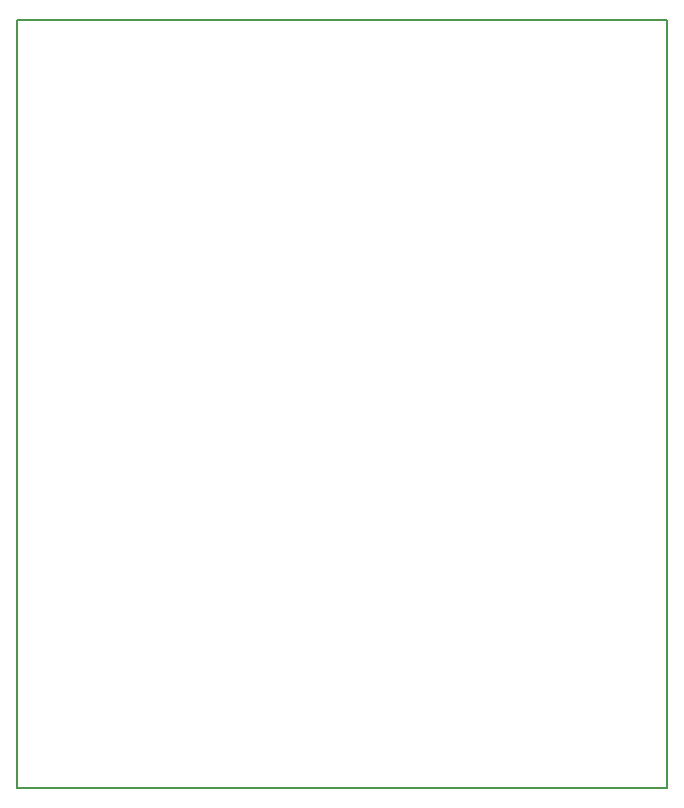
<source format=gbr>
G04 #@! TF.FileFunction,Profile,NP*
%FSLAX46Y46*%
G04 Gerber Fmt 4.6, Leading zero omitted, Abs format (unit mm)*
G04 Created by KiCad (PCBNEW 4.0.7) date 08/09/18 14:36:55*
%MOMM*%
%LPD*%
G01*
G04 APERTURE LIST*
%ADD10C,0.100000*%
%ADD11C,0.150000*%
G04 APERTURE END LIST*
D10*
D11*
X185000000Y-40000000D02*
X185000000Y-105000000D01*
X130000000Y-105000000D02*
X185000000Y-105000000D01*
X130000000Y-40000000D02*
X130000000Y-105000000D01*
X130000000Y-40000000D02*
X185000000Y-40000000D01*
M02*

</source>
